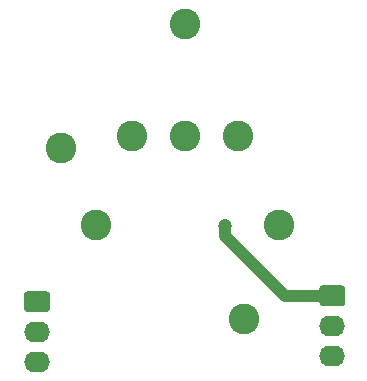
<source format=gbr>
%TF.GenerationSoftware,KiCad,Pcbnew,5.1.6-c6e7f7d~87~ubuntu18.04.1*%
%TF.CreationDate,2021-10-05T16:46:07+13:00*%
%TF.ProjectId,Temp-ctrl pot-ctrl add-on oct4,54656d70-2d63-4747-926c-20706f742d63,rev?*%
%TF.SameCoordinates,Original*%
%TF.FileFunction,Copper,L2,Bot*%
%TF.FilePolarity,Positive*%
%FSLAX46Y46*%
G04 Gerber Fmt 4.6, Leading zero omitted, Abs format (unit mm)*
G04 Created by KiCad (PCBNEW 5.1.6-c6e7f7d~87~ubuntu18.04.1) date 2021-10-05 16:46:07*
%MOMM*%
%LPD*%
G01*
G04 APERTURE LIST*
%TA.AperFunction,ComponentPad*%
%ADD10C,2.600000*%
%TD*%
%TA.AperFunction,ComponentPad*%
%ADD11O,2.190000X1.740000*%
%TD*%
%TA.AperFunction,ViaPad*%
%ADD12C,1.200000*%
%TD*%
%TA.AperFunction,Conductor*%
%ADD13C,1.000000*%
%TD*%
G04 APERTURE END LIST*
D10*
%TO.P,J1,1*%
%TO.N,Net-(J1-Pad1)*%
X175000000Y-61000000D03*
%TD*%
%TO.P,J2,1*%
%TO.N,Net-(J2-Pad1)*%
X179500000Y-70500000D03*
%TD*%
%TO.P,J3,1*%
%TO.N,Net-(J3-Pad1)*%
X175000000Y-70500000D03*
%TD*%
%TO.P,J4,1*%
%TO.N,Net-(J10-Pad1)*%
X170500000Y-70500000D03*
%TD*%
%TO.P,J5,1*%
%TO.N,Net-(J2-Pad1)*%
X183000000Y-78000000D03*
%TD*%
D11*
%TO.P,J6,3*%
%TO.N,N/C*%
X187500000Y-89080000D03*
%TO.P,J6,2*%
X187500000Y-86540000D03*
%TO.P,J6,1*%
%TO.N,Net-(J6-Pad1)*%
%TA.AperFunction,ComponentPad*%
G36*
G01*
X186654999Y-83130000D02*
X188345001Y-83130000D01*
G75*
G02*
X188595000Y-83379999I0J-249999D01*
G01*
X188595000Y-84620001D01*
G75*
G02*
X188345001Y-84870000I-249999J0D01*
G01*
X186654999Y-84870000D01*
G75*
G02*
X186405000Y-84620001I0J249999D01*
G01*
X186405000Y-83379999D01*
G75*
G02*
X186654999Y-83130000I249999J0D01*
G01*
G37*
%TD.AperFunction*%
%TD*%
D10*
%TO.P,J7,1*%
%TO.N,Net-(J7-Pad1)*%
X180000000Y-86000000D03*
%TD*%
%TO.P,J8,1*%
%TO.N,Net-(J8-Pad1)*%
%TA.AperFunction,ComponentPad*%
G36*
G01*
X161654999Y-83630000D02*
X163345001Y-83630000D01*
G75*
G02*
X163595000Y-83879999I0J-249999D01*
G01*
X163595000Y-85120001D01*
G75*
G02*
X163345001Y-85370000I-249999J0D01*
G01*
X161654999Y-85370000D01*
G75*
G02*
X161405000Y-85120001I0J249999D01*
G01*
X161405000Y-83879999D01*
G75*
G02*
X161654999Y-83630000I249999J0D01*
G01*
G37*
%TD.AperFunction*%
D11*
%TO.P,J8,2*%
%TO.N,N/C*%
X162500000Y-87040000D03*
%TO.P,J8,3*%
X162500000Y-89580000D03*
%TD*%
D10*
%TO.P,J9,1*%
%TO.N,Net-(J10-Pad1)*%
X164500000Y-71500000D03*
%TD*%
%TO.P,J10,1*%
%TO.N,Net-(J10-Pad1)*%
X167500000Y-78000000D03*
%TD*%
D12*
%TO.N,Net-(J6-Pad1)*%
X178437500Y-78062500D03*
%TD*%
D13*
%TO.N,Net-(J6-Pad1)*%
X178437500Y-78062500D02*
X178437500Y-78937500D01*
X183500000Y-84000000D02*
X187500000Y-84000000D01*
X178437500Y-78937500D02*
X183500000Y-84000000D01*
%TD*%
M02*

</source>
